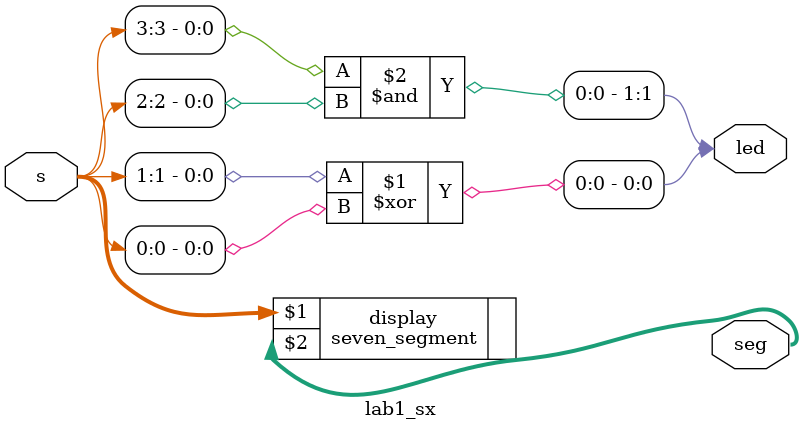
<source format=sv>
/* 
 * Stephen Xu
 * September 2nd, 2024
 * stxu@g.hmc.edu
 * This is the top level module for the first lab
 * Its purpose is to allow for us to control a seven segment display
 * We control the seven segment display using 4 DIP switches
 * It also includes logic for some LEDS to light up depending on switches
 */

module lab1_sx(
    // the four DIP switches (on the board, SW6)
    input logic [3:0] s,
    // 3 LEDs (you may use the on-board LEDs)
    output logic [2:0] led,
    // the segments of a common-anode 7-segment display
    output logic [6:0] seg
);

    // led[0] can be modeled as XOR of S1 and S0 switches
    assign led[0] = s[1] ^ s[0];

    // led[1] can be modeled as AND of S2 and S3 switches
    assign led[1] = s[3] & s[2];

    // TODO: led[2] blinks at every 2.4 hz. 

    // TODO: seven segment decoder here
	seven_segment display (
        s,
        seg
	);
	


endmodule
</source>
